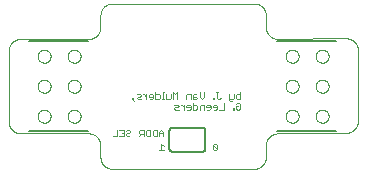
<source format=gbo>
G75*
%MOIN*%
%OFA0B0*%
%FSLAX25Y25*%
%IPPOS*%
%LPD*%
%AMOC8*
5,1,8,0,0,1.08239X$1,22.5*
%
%ADD10C,0.00000*%
%ADD11C,0.00200*%
%ADD12C,0.00300*%
%ADD13C,0.00600*%
%ADD14C,0.00500*%
D10*
X0045791Y0032012D02*
X0045915Y0032010D01*
X0046038Y0032004D01*
X0046162Y0031995D01*
X0046284Y0031981D01*
X0046407Y0031964D01*
X0046529Y0031942D01*
X0046650Y0031917D01*
X0046770Y0031888D01*
X0046889Y0031856D01*
X0047008Y0031819D01*
X0047125Y0031779D01*
X0047240Y0031736D01*
X0047355Y0031688D01*
X0047467Y0031637D01*
X0047578Y0031583D01*
X0047688Y0031525D01*
X0047795Y0031464D01*
X0047901Y0031399D01*
X0048004Y0031331D01*
X0048105Y0031260D01*
X0048204Y0031186D01*
X0048301Y0031109D01*
X0048395Y0031028D01*
X0048486Y0030945D01*
X0048575Y0030859D01*
X0048661Y0030770D01*
X0048744Y0030679D01*
X0048825Y0030585D01*
X0048902Y0030488D01*
X0048976Y0030389D01*
X0049047Y0030288D01*
X0049115Y0030185D01*
X0049180Y0030079D01*
X0049241Y0029972D01*
X0049299Y0029862D01*
X0049353Y0029751D01*
X0049404Y0029639D01*
X0049452Y0029524D01*
X0049495Y0029409D01*
X0049535Y0029292D01*
X0049572Y0029173D01*
X0049604Y0029054D01*
X0049633Y0028934D01*
X0049658Y0028813D01*
X0049680Y0028691D01*
X0049697Y0028568D01*
X0049711Y0028446D01*
X0049720Y0028322D01*
X0049726Y0028199D01*
X0049728Y0028075D01*
X0049728Y0024138D01*
X0049730Y0024014D01*
X0049736Y0023891D01*
X0049745Y0023767D01*
X0049759Y0023645D01*
X0049776Y0023522D01*
X0049798Y0023400D01*
X0049823Y0023279D01*
X0049852Y0023159D01*
X0049884Y0023040D01*
X0049921Y0022921D01*
X0049961Y0022804D01*
X0050004Y0022689D01*
X0050052Y0022574D01*
X0050103Y0022462D01*
X0050157Y0022351D01*
X0050215Y0022241D01*
X0050276Y0022134D01*
X0050341Y0022028D01*
X0050409Y0021925D01*
X0050480Y0021824D01*
X0050554Y0021725D01*
X0050631Y0021628D01*
X0050712Y0021534D01*
X0050795Y0021443D01*
X0050881Y0021354D01*
X0050970Y0021268D01*
X0051061Y0021185D01*
X0051155Y0021104D01*
X0051252Y0021027D01*
X0051351Y0020953D01*
X0051452Y0020882D01*
X0051555Y0020814D01*
X0051661Y0020749D01*
X0051768Y0020688D01*
X0051878Y0020630D01*
X0051989Y0020576D01*
X0052101Y0020525D01*
X0052216Y0020477D01*
X0052331Y0020434D01*
X0052448Y0020394D01*
X0052567Y0020357D01*
X0052686Y0020325D01*
X0052806Y0020296D01*
X0052927Y0020271D01*
X0053049Y0020249D01*
X0053172Y0020232D01*
X0053294Y0020218D01*
X0053418Y0020209D01*
X0053541Y0020203D01*
X0053665Y0020201D01*
X0100909Y0020201D01*
X0101033Y0020203D01*
X0101156Y0020209D01*
X0101280Y0020218D01*
X0101402Y0020232D01*
X0101525Y0020249D01*
X0101647Y0020271D01*
X0101768Y0020296D01*
X0101888Y0020325D01*
X0102007Y0020357D01*
X0102126Y0020394D01*
X0102243Y0020434D01*
X0102358Y0020477D01*
X0102473Y0020525D01*
X0102585Y0020576D01*
X0102696Y0020630D01*
X0102806Y0020688D01*
X0102913Y0020749D01*
X0103019Y0020814D01*
X0103122Y0020882D01*
X0103223Y0020953D01*
X0103322Y0021027D01*
X0103419Y0021104D01*
X0103513Y0021185D01*
X0103604Y0021268D01*
X0103693Y0021354D01*
X0103779Y0021443D01*
X0103862Y0021534D01*
X0103943Y0021628D01*
X0104020Y0021725D01*
X0104094Y0021824D01*
X0104165Y0021925D01*
X0104233Y0022028D01*
X0104298Y0022134D01*
X0104359Y0022241D01*
X0104417Y0022351D01*
X0104471Y0022462D01*
X0104522Y0022574D01*
X0104570Y0022689D01*
X0104613Y0022804D01*
X0104653Y0022921D01*
X0104690Y0023040D01*
X0104722Y0023159D01*
X0104751Y0023279D01*
X0104776Y0023400D01*
X0104798Y0023522D01*
X0104815Y0023645D01*
X0104829Y0023767D01*
X0104838Y0023891D01*
X0104844Y0024014D01*
X0104846Y0024138D01*
X0104846Y0028075D01*
X0104848Y0028199D01*
X0104854Y0028322D01*
X0104863Y0028446D01*
X0104877Y0028568D01*
X0104894Y0028691D01*
X0104916Y0028813D01*
X0104941Y0028934D01*
X0104970Y0029054D01*
X0105002Y0029173D01*
X0105039Y0029292D01*
X0105079Y0029409D01*
X0105122Y0029524D01*
X0105170Y0029639D01*
X0105221Y0029751D01*
X0105275Y0029862D01*
X0105333Y0029972D01*
X0105394Y0030079D01*
X0105459Y0030185D01*
X0105527Y0030288D01*
X0105598Y0030389D01*
X0105672Y0030488D01*
X0105749Y0030585D01*
X0105830Y0030679D01*
X0105913Y0030770D01*
X0105999Y0030859D01*
X0106088Y0030945D01*
X0106179Y0031028D01*
X0106273Y0031109D01*
X0106370Y0031186D01*
X0106469Y0031260D01*
X0106570Y0031331D01*
X0106673Y0031399D01*
X0106779Y0031464D01*
X0106886Y0031525D01*
X0106996Y0031583D01*
X0107107Y0031637D01*
X0107219Y0031688D01*
X0107334Y0031736D01*
X0107449Y0031779D01*
X0107566Y0031819D01*
X0107685Y0031856D01*
X0107804Y0031888D01*
X0107924Y0031917D01*
X0108045Y0031942D01*
X0108167Y0031964D01*
X0108290Y0031981D01*
X0108412Y0031995D01*
X0108536Y0032004D01*
X0108659Y0032010D01*
X0108783Y0032012D01*
X0131618Y0032209D01*
X0131742Y0032211D01*
X0131865Y0032217D01*
X0131989Y0032226D01*
X0132111Y0032240D01*
X0132234Y0032257D01*
X0132356Y0032279D01*
X0132477Y0032304D01*
X0132597Y0032333D01*
X0132716Y0032365D01*
X0132835Y0032402D01*
X0132952Y0032442D01*
X0133067Y0032485D01*
X0133182Y0032533D01*
X0133294Y0032584D01*
X0133405Y0032638D01*
X0133515Y0032696D01*
X0133622Y0032757D01*
X0133728Y0032822D01*
X0133831Y0032890D01*
X0133932Y0032961D01*
X0134031Y0033035D01*
X0134128Y0033112D01*
X0134222Y0033193D01*
X0134313Y0033276D01*
X0134402Y0033362D01*
X0134488Y0033451D01*
X0134571Y0033542D01*
X0134652Y0033636D01*
X0134729Y0033733D01*
X0134803Y0033832D01*
X0134874Y0033933D01*
X0134942Y0034036D01*
X0135007Y0034142D01*
X0135068Y0034249D01*
X0135126Y0034359D01*
X0135180Y0034470D01*
X0135231Y0034582D01*
X0135279Y0034697D01*
X0135322Y0034812D01*
X0135362Y0034929D01*
X0135399Y0035048D01*
X0135431Y0035167D01*
X0135460Y0035287D01*
X0135485Y0035408D01*
X0135507Y0035530D01*
X0135524Y0035653D01*
X0135538Y0035775D01*
X0135547Y0035899D01*
X0135553Y0036022D01*
X0135555Y0036146D01*
X0135555Y0059768D01*
X0135553Y0059892D01*
X0135547Y0060015D01*
X0135538Y0060139D01*
X0135524Y0060261D01*
X0135507Y0060384D01*
X0135485Y0060506D01*
X0135460Y0060627D01*
X0135431Y0060747D01*
X0135399Y0060866D01*
X0135362Y0060985D01*
X0135322Y0061102D01*
X0135279Y0061217D01*
X0135231Y0061332D01*
X0135180Y0061444D01*
X0135126Y0061555D01*
X0135068Y0061665D01*
X0135007Y0061772D01*
X0134942Y0061878D01*
X0134874Y0061981D01*
X0134803Y0062082D01*
X0134729Y0062181D01*
X0134652Y0062278D01*
X0134571Y0062372D01*
X0134488Y0062463D01*
X0134402Y0062552D01*
X0134313Y0062638D01*
X0134222Y0062721D01*
X0134128Y0062802D01*
X0134031Y0062879D01*
X0133932Y0062953D01*
X0133831Y0063024D01*
X0133728Y0063092D01*
X0133622Y0063157D01*
X0133515Y0063218D01*
X0133405Y0063276D01*
X0133294Y0063330D01*
X0133182Y0063381D01*
X0133067Y0063429D01*
X0132952Y0063472D01*
X0132835Y0063512D01*
X0132716Y0063549D01*
X0132597Y0063581D01*
X0132477Y0063610D01*
X0132356Y0063635D01*
X0132234Y0063657D01*
X0132111Y0063674D01*
X0131989Y0063688D01*
X0131865Y0063697D01*
X0131742Y0063703D01*
X0131618Y0063705D01*
X0108783Y0063508D01*
X0108659Y0063510D01*
X0108536Y0063516D01*
X0108412Y0063525D01*
X0108290Y0063539D01*
X0108167Y0063556D01*
X0108045Y0063578D01*
X0107924Y0063603D01*
X0107804Y0063632D01*
X0107685Y0063664D01*
X0107566Y0063701D01*
X0107449Y0063741D01*
X0107334Y0063784D01*
X0107219Y0063832D01*
X0107107Y0063883D01*
X0106996Y0063937D01*
X0106886Y0063995D01*
X0106779Y0064056D01*
X0106673Y0064121D01*
X0106570Y0064189D01*
X0106469Y0064260D01*
X0106370Y0064334D01*
X0106273Y0064411D01*
X0106179Y0064492D01*
X0106088Y0064575D01*
X0105999Y0064661D01*
X0105913Y0064750D01*
X0105830Y0064841D01*
X0105749Y0064935D01*
X0105672Y0065032D01*
X0105598Y0065131D01*
X0105527Y0065232D01*
X0105459Y0065335D01*
X0105394Y0065441D01*
X0105333Y0065548D01*
X0105275Y0065658D01*
X0105221Y0065769D01*
X0105170Y0065881D01*
X0105122Y0065996D01*
X0105079Y0066111D01*
X0105039Y0066228D01*
X0105002Y0066347D01*
X0104970Y0066466D01*
X0104941Y0066586D01*
X0104916Y0066707D01*
X0104894Y0066829D01*
X0104877Y0066952D01*
X0104863Y0067074D01*
X0104854Y0067198D01*
X0104848Y0067321D01*
X0104846Y0067445D01*
X0104846Y0071382D01*
X0104844Y0071506D01*
X0104838Y0071629D01*
X0104829Y0071753D01*
X0104815Y0071875D01*
X0104798Y0071998D01*
X0104776Y0072120D01*
X0104751Y0072241D01*
X0104722Y0072361D01*
X0104690Y0072480D01*
X0104653Y0072599D01*
X0104613Y0072716D01*
X0104570Y0072831D01*
X0104522Y0072946D01*
X0104471Y0073058D01*
X0104417Y0073169D01*
X0104359Y0073279D01*
X0104298Y0073386D01*
X0104233Y0073492D01*
X0104165Y0073595D01*
X0104094Y0073696D01*
X0104020Y0073795D01*
X0103943Y0073892D01*
X0103862Y0073986D01*
X0103779Y0074077D01*
X0103693Y0074166D01*
X0103604Y0074252D01*
X0103513Y0074335D01*
X0103419Y0074416D01*
X0103322Y0074493D01*
X0103223Y0074567D01*
X0103122Y0074638D01*
X0103019Y0074706D01*
X0102913Y0074771D01*
X0102806Y0074832D01*
X0102696Y0074890D01*
X0102585Y0074944D01*
X0102473Y0074995D01*
X0102358Y0075043D01*
X0102243Y0075086D01*
X0102126Y0075126D01*
X0102007Y0075163D01*
X0101888Y0075195D01*
X0101768Y0075224D01*
X0101647Y0075249D01*
X0101525Y0075271D01*
X0101402Y0075288D01*
X0101280Y0075302D01*
X0101156Y0075311D01*
X0101033Y0075317D01*
X0100909Y0075319D01*
X0053665Y0075319D01*
X0053541Y0075317D01*
X0053418Y0075311D01*
X0053294Y0075302D01*
X0053172Y0075288D01*
X0053049Y0075271D01*
X0052927Y0075249D01*
X0052806Y0075224D01*
X0052686Y0075195D01*
X0052567Y0075163D01*
X0052448Y0075126D01*
X0052331Y0075086D01*
X0052216Y0075043D01*
X0052101Y0074995D01*
X0051989Y0074944D01*
X0051878Y0074890D01*
X0051768Y0074832D01*
X0051661Y0074771D01*
X0051555Y0074706D01*
X0051452Y0074638D01*
X0051351Y0074567D01*
X0051252Y0074493D01*
X0051155Y0074416D01*
X0051061Y0074335D01*
X0050970Y0074252D01*
X0050881Y0074166D01*
X0050795Y0074077D01*
X0050712Y0073986D01*
X0050631Y0073892D01*
X0050554Y0073795D01*
X0050480Y0073696D01*
X0050409Y0073595D01*
X0050341Y0073492D01*
X0050276Y0073386D01*
X0050215Y0073279D01*
X0050157Y0073169D01*
X0050103Y0073058D01*
X0050052Y0072946D01*
X0050004Y0072831D01*
X0049961Y0072716D01*
X0049921Y0072599D01*
X0049884Y0072480D01*
X0049852Y0072361D01*
X0049823Y0072241D01*
X0049798Y0072120D01*
X0049776Y0071998D01*
X0049759Y0071875D01*
X0049745Y0071753D01*
X0049736Y0071629D01*
X0049730Y0071506D01*
X0049728Y0071382D01*
X0049728Y0067445D01*
X0049726Y0067321D01*
X0049720Y0067198D01*
X0049711Y0067074D01*
X0049697Y0066952D01*
X0049680Y0066829D01*
X0049658Y0066707D01*
X0049633Y0066586D01*
X0049604Y0066466D01*
X0049572Y0066347D01*
X0049535Y0066228D01*
X0049495Y0066111D01*
X0049452Y0065996D01*
X0049404Y0065881D01*
X0049353Y0065769D01*
X0049299Y0065658D01*
X0049241Y0065548D01*
X0049180Y0065441D01*
X0049115Y0065335D01*
X0049047Y0065232D01*
X0048976Y0065131D01*
X0048902Y0065032D01*
X0048825Y0064935D01*
X0048744Y0064841D01*
X0048661Y0064750D01*
X0048575Y0064661D01*
X0048486Y0064575D01*
X0048395Y0064492D01*
X0048301Y0064411D01*
X0048204Y0064334D01*
X0048105Y0064260D01*
X0048004Y0064189D01*
X0047901Y0064121D01*
X0047795Y0064056D01*
X0047688Y0063995D01*
X0047578Y0063937D01*
X0047467Y0063883D01*
X0047355Y0063832D01*
X0047240Y0063784D01*
X0047125Y0063741D01*
X0047008Y0063701D01*
X0046889Y0063664D01*
X0046770Y0063632D01*
X0046650Y0063603D01*
X0046529Y0063578D01*
X0046407Y0063556D01*
X0046284Y0063539D01*
X0046162Y0063525D01*
X0046038Y0063516D01*
X0045915Y0063510D01*
X0045791Y0063508D01*
X0023094Y0063508D01*
X0022970Y0063506D01*
X0022847Y0063500D01*
X0022723Y0063491D01*
X0022601Y0063477D01*
X0022478Y0063460D01*
X0022356Y0063438D01*
X0022235Y0063413D01*
X0022115Y0063384D01*
X0021996Y0063352D01*
X0021877Y0063315D01*
X0021760Y0063275D01*
X0021645Y0063232D01*
X0021530Y0063184D01*
X0021418Y0063133D01*
X0021307Y0063079D01*
X0021197Y0063021D01*
X0021090Y0062960D01*
X0020984Y0062895D01*
X0020881Y0062827D01*
X0020780Y0062756D01*
X0020681Y0062682D01*
X0020584Y0062605D01*
X0020490Y0062524D01*
X0020399Y0062441D01*
X0020310Y0062355D01*
X0020224Y0062266D01*
X0020141Y0062175D01*
X0020060Y0062081D01*
X0019983Y0061984D01*
X0019909Y0061885D01*
X0019838Y0061784D01*
X0019770Y0061681D01*
X0019705Y0061575D01*
X0019644Y0061468D01*
X0019586Y0061358D01*
X0019532Y0061247D01*
X0019481Y0061135D01*
X0019433Y0061020D01*
X0019390Y0060905D01*
X0019350Y0060788D01*
X0019313Y0060669D01*
X0019281Y0060550D01*
X0019252Y0060430D01*
X0019227Y0060309D01*
X0019205Y0060187D01*
X0019188Y0060064D01*
X0019174Y0059942D01*
X0019165Y0059818D01*
X0019159Y0059695D01*
X0019157Y0059571D01*
X0019157Y0035949D01*
X0019159Y0035825D01*
X0019165Y0035702D01*
X0019174Y0035578D01*
X0019188Y0035456D01*
X0019205Y0035333D01*
X0019227Y0035211D01*
X0019252Y0035090D01*
X0019281Y0034970D01*
X0019313Y0034851D01*
X0019350Y0034732D01*
X0019390Y0034615D01*
X0019433Y0034500D01*
X0019481Y0034385D01*
X0019532Y0034273D01*
X0019586Y0034162D01*
X0019644Y0034052D01*
X0019705Y0033945D01*
X0019770Y0033839D01*
X0019838Y0033736D01*
X0019909Y0033635D01*
X0019983Y0033536D01*
X0020060Y0033439D01*
X0020141Y0033345D01*
X0020224Y0033254D01*
X0020310Y0033165D01*
X0020399Y0033079D01*
X0020490Y0032996D01*
X0020584Y0032915D01*
X0020681Y0032838D01*
X0020780Y0032764D01*
X0020881Y0032693D01*
X0020984Y0032625D01*
X0021090Y0032560D01*
X0021197Y0032499D01*
X0021307Y0032441D01*
X0021418Y0032387D01*
X0021530Y0032336D01*
X0021645Y0032288D01*
X0021760Y0032245D01*
X0021877Y0032205D01*
X0021996Y0032168D01*
X0022115Y0032136D01*
X0022235Y0032107D01*
X0022356Y0032082D01*
X0022478Y0032060D01*
X0022601Y0032043D01*
X0022723Y0032029D01*
X0022847Y0032020D01*
X0022970Y0032014D01*
X0023094Y0032012D01*
X0045791Y0032012D01*
X0038784Y0037760D02*
X0038786Y0037853D01*
X0038792Y0037945D01*
X0038802Y0038037D01*
X0038816Y0038128D01*
X0038833Y0038219D01*
X0038855Y0038309D01*
X0038880Y0038398D01*
X0038909Y0038486D01*
X0038942Y0038572D01*
X0038979Y0038657D01*
X0039019Y0038741D01*
X0039063Y0038822D01*
X0039110Y0038902D01*
X0039160Y0038980D01*
X0039214Y0039055D01*
X0039271Y0039128D01*
X0039331Y0039198D01*
X0039394Y0039266D01*
X0039460Y0039331D01*
X0039528Y0039393D01*
X0039599Y0039453D01*
X0039673Y0039509D01*
X0039749Y0039562D01*
X0039827Y0039611D01*
X0039907Y0039658D01*
X0039989Y0039700D01*
X0040073Y0039740D01*
X0040158Y0039775D01*
X0040245Y0039807D01*
X0040333Y0039836D01*
X0040422Y0039860D01*
X0040512Y0039881D01*
X0040603Y0039897D01*
X0040695Y0039910D01*
X0040787Y0039919D01*
X0040880Y0039924D01*
X0040972Y0039925D01*
X0041065Y0039922D01*
X0041157Y0039915D01*
X0041249Y0039904D01*
X0041340Y0039889D01*
X0041431Y0039871D01*
X0041521Y0039848D01*
X0041609Y0039822D01*
X0041697Y0039792D01*
X0041783Y0039758D01*
X0041867Y0039721D01*
X0041950Y0039679D01*
X0042031Y0039635D01*
X0042111Y0039587D01*
X0042188Y0039536D01*
X0042262Y0039481D01*
X0042335Y0039423D01*
X0042405Y0039363D01*
X0042472Y0039299D01*
X0042536Y0039233D01*
X0042598Y0039163D01*
X0042656Y0039092D01*
X0042711Y0039018D01*
X0042763Y0038941D01*
X0042812Y0038862D01*
X0042858Y0038782D01*
X0042900Y0038699D01*
X0042938Y0038615D01*
X0042973Y0038529D01*
X0043004Y0038442D01*
X0043031Y0038354D01*
X0043054Y0038264D01*
X0043074Y0038174D01*
X0043090Y0038083D01*
X0043102Y0037991D01*
X0043110Y0037899D01*
X0043114Y0037806D01*
X0043114Y0037714D01*
X0043110Y0037621D01*
X0043102Y0037529D01*
X0043090Y0037437D01*
X0043074Y0037346D01*
X0043054Y0037256D01*
X0043031Y0037166D01*
X0043004Y0037078D01*
X0042973Y0036991D01*
X0042938Y0036905D01*
X0042900Y0036821D01*
X0042858Y0036738D01*
X0042812Y0036658D01*
X0042763Y0036579D01*
X0042711Y0036502D01*
X0042656Y0036428D01*
X0042598Y0036357D01*
X0042536Y0036287D01*
X0042472Y0036221D01*
X0042405Y0036157D01*
X0042335Y0036097D01*
X0042262Y0036039D01*
X0042188Y0035984D01*
X0042111Y0035933D01*
X0042032Y0035885D01*
X0041950Y0035841D01*
X0041867Y0035799D01*
X0041783Y0035762D01*
X0041697Y0035728D01*
X0041609Y0035698D01*
X0041521Y0035672D01*
X0041431Y0035649D01*
X0041340Y0035631D01*
X0041249Y0035616D01*
X0041157Y0035605D01*
X0041065Y0035598D01*
X0040972Y0035595D01*
X0040880Y0035596D01*
X0040787Y0035601D01*
X0040695Y0035610D01*
X0040603Y0035623D01*
X0040512Y0035639D01*
X0040422Y0035660D01*
X0040333Y0035684D01*
X0040245Y0035713D01*
X0040158Y0035745D01*
X0040073Y0035780D01*
X0039989Y0035820D01*
X0039907Y0035862D01*
X0039827Y0035909D01*
X0039749Y0035958D01*
X0039673Y0036011D01*
X0039599Y0036067D01*
X0039528Y0036127D01*
X0039460Y0036189D01*
X0039394Y0036254D01*
X0039331Y0036322D01*
X0039271Y0036392D01*
X0039214Y0036465D01*
X0039160Y0036540D01*
X0039110Y0036618D01*
X0039063Y0036698D01*
X0039019Y0036779D01*
X0038979Y0036863D01*
X0038942Y0036948D01*
X0038909Y0037034D01*
X0038880Y0037122D01*
X0038855Y0037211D01*
X0038833Y0037301D01*
X0038816Y0037392D01*
X0038802Y0037483D01*
X0038792Y0037575D01*
X0038786Y0037667D01*
X0038784Y0037760D01*
X0028784Y0037760D02*
X0028786Y0037853D01*
X0028792Y0037945D01*
X0028802Y0038037D01*
X0028816Y0038128D01*
X0028833Y0038219D01*
X0028855Y0038309D01*
X0028880Y0038398D01*
X0028909Y0038486D01*
X0028942Y0038572D01*
X0028979Y0038657D01*
X0029019Y0038741D01*
X0029063Y0038822D01*
X0029110Y0038902D01*
X0029160Y0038980D01*
X0029214Y0039055D01*
X0029271Y0039128D01*
X0029331Y0039198D01*
X0029394Y0039266D01*
X0029460Y0039331D01*
X0029528Y0039393D01*
X0029599Y0039453D01*
X0029673Y0039509D01*
X0029749Y0039562D01*
X0029827Y0039611D01*
X0029907Y0039658D01*
X0029989Y0039700D01*
X0030073Y0039740D01*
X0030158Y0039775D01*
X0030245Y0039807D01*
X0030333Y0039836D01*
X0030422Y0039860D01*
X0030512Y0039881D01*
X0030603Y0039897D01*
X0030695Y0039910D01*
X0030787Y0039919D01*
X0030880Y0039924D01*
X0030972Y0039925D01*
X0031065Y0039922D01*
X0031157Y0039915D01*
X0031249Y0039904D01*
X0031340Y0039889D01*
X0031431Y0039871D01*
X0031521Y0039848D01*
X0031609Y0039822D01*
X0031697Y0039792D01*
X0031783Y0039758D01*
X0031867Y0039721D01*
X0031950Y0039679D01*
X0032031Y0039635D01*
X0032111Y0039587D01*
X0032188Y0039536D01*
X0032262Y0039481D01*
X0032335Y0039423D01*
X0032405Y0039363D01*
X0032472Y0039299D01*
X0032536Y0039233D01*
X0032598Y0039163D01*
X0032656Y0039092D01*
X0032711Y0039018D01*
X0032763Y0038941D01*
X0032812Y0038862D01*
X0032858Y0038782D01*
X0032900Y0038699D01*
X0032938Y0038615D01*
X0032973Y0038529D01*
X0033004Y0038442D01*
X0033031Y0038354D01*
X0033054Y0038264D01*
X0033074Y0038174D01*
X0033090Y0038083D01*
X0033102Y0037991D01*
X0033110Y0037899D01*
X0033114Y0037806D01*
X0033114Y0037714D01*
X0033110Y0037621D01*
X0033102Y0037529D01*
X0033090Y0037437D01*
X0033074Y0037346D01*
X0033054Y0037256D01*
X0033031Y0037166D01*
X0033004Y0037078D01*
X0032973Y0036991D01*
X0032938Y0036905D01*
X0032900Y0036821D01*
X0032858Y0036738D01*
X0032812Y0036658D01*
X0032763Y0036579D01*
X0032711Y0036502D01*
X0032656Y0036428D01*
X0032598Y0036357D01*
X0032536Y0036287D01*
X0032472Y0036221D01*
X0032405Y0036157D01*
X0032335Y0036097D01*
X0032262Y0036039D01*
X0032188Y0035984D01*
X0032111Y0035933D01*
X0032032Y0035885D01*
X0031950Y0035841D01*
X0031867Y0035799D01*
X0031783Y0035762D01*
X0031697Y0035728D01*
X0031609Y0035698D01*
X0031521Y0035672D01*
X0031431Y0035649D01*
X0031340Y0035631D01*
X0031249Y0035616D01*
X0031157Y0035605D01*
X0031065Y0035598D01*
X0030972Y0035595D01*
X0030880Y0035596D01*
X0030787Y0035601D01*
X0030695Y0035610D01*
X0030603Y0035623D01*
X0030512Y0035639D01*
X0030422Y0035660D01*
X0030333Y0035684D01*
X0030245Y0035713D01*
X0030158Y0035745D01*
X0030073Y0035780D01*
X0029989Y0035820D01*
X0029907Y0035862D01*
X0029827Y0035909D01*
X0029749Y0035958D01*
X0029673Y0036011D01*
X0029599Y0036067D01*
X0029528Y0036127D01*
X0029460Y0036189D01*
X0029394Y0036254D01*
X0029331Y0036322D01*
X0029271Y0036392D01*
X0029214Y0036465D01*
X0029160Y0036540D01*
X0029110Y0036618D01*
X0029063Y0036698D01*
X0029019Y0036779D01*
X0028979Y0036863D01*
X0028942Y0036948D01*
X0028909Y0037034D01*
X0028880Y0037122D01*
X0028855Y0037211D01*
X0028833Y0037301D01*
X0028816Y0037392D01*
X0028802Y0037483D01*
X0028792Y0037575D01*
X0028786Y0037667D01*
X0028784Y0037760D01*
X0028784Y0047760D02*
X0028786Y0047853D01*
X0028792Y0047945D01*
X0028802Y0048037D01*
X0028816Y0048128D01*
X0028833Y0048219D01*
X0028855Y0048309D01*
X0028880Y0048398D01*
X0028909Y0048486D01*
X0028942Y0048572D01*
X0028979Y0048657D01*
X0029019Y0048741D01*
X0029063Y0048822D01*
X0029110Y0048902D01*
X0029160Y0048980D01*
X0029214Y0049055D01*
X0029271Y0049128D01*
X0029331Y0049198D01*
X0029394Y0049266D01*
X0029460Y0049331D01*
X0029528Y0049393D01*
X0029599Y0049453D01*
X0029673Y0049509D01*
X0029749Y0049562D01*
X0029827Y0049611D01*
X0029907Y0049658D01*
X0029989Y0049700D01*
X0030073Y0049740D01*
X0030158Y0049775D01*
X0030245Y0049807D01*
X0030333Y0049836D01*
X0030422Y0049860D01*
X0030512Y0049881D01*
X0030603Y0049897D01*
X0030695Y0049910D01*
X0030787Y0049919D01*
X0030880Y0049924D01*
X0030972Y0049925D01*
X0031065Y0049922D01*
X0031157Y0049915D01*
X0031249Y0049904D01*
X0031340Y0049889D01*
X0031431Y0049871D01*
X0031521Y0049848D01*
X0031609Y0049822D01*
X0031697Y0049792D01*
X0031783Y0049758D01*
X0031867Y0049721D01*
X0031950Y0049679D01*
X0032031Y0049635D01*
X0032111Y0049587D01*
X0032188Y0049536D01*
X0032262Y0049481D01*
X0032335Y0049423D01*
X0032405Y0049363D01*
X0032472Y0049299D01*
X0032536Y0049233D01*
X0032598Y0049163D01*
X0032656Y0049092D01*
X0032711Y0049018D01*
X0032763Y0048941D01*
X0032812Y0048862D01*
X0032858Y0048782D01*
X0032900Y0048699D01*
X0032938Y0048615D01*
X0032973Y0048529D01*
X0033004Y0048442D01*
X0033031Y0048354D01*
X0033054Y0048264D01*
X0033074Y0048174D01*
X0033090Y0048083D01*
X0033102Y0047991D01*
X0033110Y0047899D01*
X0033114Y0047806D01*
X0033114Y0047714D01*
X0033110Y0047621D01*
X0033102Y0047529D01*
X0033090Y0047437D01*
X0033074Y0047346D01*
X0033054Y0047256D01*
X0033031Y0047166D01*
X0033004Y0047078D01*
X0032973Y0046991D01*
X0032938Y0046905D01*
X0032900Y0046821D01*
X0032858Y0046738D01*
X0032812Y0046658D01*
X0032763Y0046579D01*
X0032711Y0046502D01*
X0032656Y0046428D01*
X0032598Y0046357D01*
X0032536Y0046287D01*
X0032472Y0046221D01*
X0032405Y0046157D01*
X0032335Y0046097D01*
X0032262Y0046039D01*
X0032188Y0045984D01*
X0032111Y0045933D01*
X0032032Y0045885D01*
X0031950Y0045841D01*
X0031867Y0045799D01*
X0031783Y0045762D01*
X0031697Y0045728D01*
X0031609Y0045698D01*
X0031521Y0045672D01*
X0031431Y0045649D01*
X0031340Y0045631D01*
X0031249Y0045616D01*
X0031157Y0045605D01*
X0031065Y0045598D01*
X0030972Y0045595D01*
X0030880Y0045596D01*
X0030787Y0045601D01*
X0030695Y0045610D01*
X0030603Y0045623D01*
X0030512Y0045639D01*
X0030422Y0045660D01*
X0030333Y0045684D01*
X0030245Y0045713D01*
X0030158Y0045745D01*
X0030073Y0045780D01*
X0029989Y0045820D01*
X0029907Y0045862D01*
X0029827Y0045909D01*
X0029749Y0045958D01*
X0029673Y0046011D01*
X0029599Y0046067D01*
X0029528Y0046127D01*
X0029460Y0046189D01*
X0029394Y0046254D01*
X0029331Y0046322D01*
X0029271Y0046392D01*
X0029214Y0046465D01*
X0029160Y0046540D01*
X0029110Y0046618D01*
X0029063Y0046698D01*
X0029019Y0046779D01*
X0028979Y0046863D01*
X0028942Y0046948D01*
X0028909Y0047034D01*
X0028880Y0047122D01*
X0028855Y0047211D01*
X0028833Y0047301D01*
X0028816Y0047392D01*
X0028802Y0047483D01*
X0028792Y0047575D01*
X0028786Y0047667D01*
X0028784Y0047760D01*
X0038784Y0047760D02*
X0038786Y0047853D01*
X0038792Y0047945D01*
X0038802Y0048037D01*
X0038816Y0048128D01*
X0038833Y0048219D01*
X0038855Y0048309D01*
X0038880Y0048398D01*
X0038909Y0048486D01*
X0038942Y0048572D01*
X0038979Y0048657D01*
X0039019Y0048741D01*
X0039063Y0048822D01*
X0039110Y0048902D01*
X0039160Y0048980D01*
X0039214Y0049055D01*
X0039271Y0049128D01*
X0039331Y0049198D01*
X0039394Y0049266D01*
X0039460Y0049331D01*
X0039528Y0049393D01*
X0039599Y0049453D01*
X0039673Y0049509D01*
X0039749Y0049562D01*
X0039827Y0049611D01*
X0039907Y0049658D01*
X0039989Y0049700D01*
X0040073Y0049740D01*
X0040158Y0049775D01*
X0040245Y0049807D01*
X0040333Y0049836D01*
X0040422Y0049860D01*
X0040512Y0049881D01*
X0040603Y0049897D01*
X0040695Y0049910D01*
X0040787Y0049919D01*
X0040880Y0049924D01*
X0040972Y0049925D01*
X0041065Y0049922D01*
X0041157Y0049915D01*
X0041249Y0049904D01*
X0041340Y0049889D01*
X0041431Y0049871D01*
X0041521Y0049848D01*
X0041609Y0049822D01*
X0041697Y0049792D01*
X0041783Y0049758D01*
X0041867Y0049721D01*
X0041950Y0049679D01*
X0042031Y0049635D01*
X0042111Y0049587D01*
X0042188Y0049536D01*
X0042262Y0049481D01*
X0042335Y0049423D01*
X0042405Y0049363D01*
X0042472Y0049299D01*
X0042536Y0049233D01*
X0042598Y0049163D01*
X0042656Y0049092D01*
X0042711Y0049018D01*
X0042763Y0048941D01*
X0042812Y0048862D01*
X0042858Y0048782D01*
X0042900Y0048699D01*
X0042938Y0048615D01*
X0042973Y0048529D01*
X0043004Y0048442D01*
X0043031Y0048354D01*
X0043054Y0048264D01*
X0043074Y0048174D01*
X0043090Y0048083D01*
X0043102Y0047991D01*
X0043110Y0047899D01*
X0043114Y0047806D01*
X0043114Y0047714D01*
X0043110Y0047621D01*
X0043102Y0047529D01*
X0043090Y0047437D01*
X0043074Y0047346D01*
X0043054Y0047256D01*
X0043031Y0047166D01*
X0043004Y0047078D01*
X0042973Y0046991D01*
X0042938Y0046905D01*
X0042900Y0046821D01*
X0042858Y0046738D01*
X0042812Y0046658D01*
X0042763Y0046579D01*
X0042711Y0046502D01*
X0042656Y0046428D01*
X0042598Y0046357D01*
X0042536Y0046287D01*
X0042472Y0046221D01*
X0042405Y0046157D01*
X0042335Y0046097D01*
X0042262Y0046039D01*
X0042188Y0045984D01*
X0042111Y0045933D01*
X0042032Y0045885D01*
X0041950Y0045841D01*
X0041867Y0045799D01*
X0041783Y0045762D01*
X0041697Y0045728D01*
X0041609Y0045698D01*
X0041521Y0045672D01*
X0041431Y0045649D01*
X0041340Y0045631D01*
X0041249Y0045616D01*
X0041157Y0045605D01*
X0041065Y0045598D01*
X0040972Y0045595D01*
X0040880Y0045596D01*
X0040787Y0045601D01*
X0040695Y0045610D01*
X0040603Y0045623D01*
X0040512Y0045639D01*
X0040422Y0045660D01*
X0040333Y0045684D01*
X0040245Y0045713D01*
X0040158Y0045745D01*
X0040073Y0045780D01*
X0039989Y0045820D01*
X0039907Y0045862D01*
X0039827Y0045909D01*
X0039749Y0045958D01*
X0039673Y0046011D01*
X0039599Y0046067D01*
X0039528Y0046127D01*
X0039460Y0046189D01*
X0039394Y0046254D01*
X0039331Y0046322D01*
X0039271Y0046392D01*
X0039214Y0046465D01*
X0039160Y0046540D01*
X0039110Y0046618D01*
X0039063Y0046698D01*
X0039019Y0046779D01*
X0038979Y0046863D01*
X0038942Y0046948D01*
X0038909Y0047034D01*
X0038880Y0047122D01*
X0038855Y0047211D01*
X0038833Y0047301D01*
X0038816Y0047392D01*
X0038802Y0047483D01*
X0038792Y0047575D01*
X0038786Y0047667D01*
X0038784Y0047760D01*
X0038784Y0057760D02*
X0038786Y0057853D01*
X0038792Y0057945D01*
X0038802Y0058037D01*
X0038816Y0058128D01*
X0038833Y0058219D01*
X0038855Y0058309D01*
X0038880Y0058398D01*
X0038909Y0058486D01*
X0038942Y0058572D01*
X0038979Y0058657D01*
X0039019Y0058741D01*
X0039063Y0058822D01*
X0039110Y0058902D01*
X0039160Y0058980D01*
X0039214Y0059055D01*
X0039271Y0059128D01*
X0039331Y0059198D01*
X0039394Y0059266D01*
X0039460Y0059331D01*
X0039528Y0059393D01*
X0039599Y0059453D01*
X0039673Y0059509D01*
X0039749Y0059562D01*
X0039827Y0059611D01*
X0039907Y0059658D01*
X0039989Y0059700D01*
X0040073Y0059740D01*
X0040158Y0059775D01*
X0040245Y0059807D01*
X0040333Y0059836D01*
X0040422Y0059860D01*
X0040512Y0059881D01*
X0040603Y0059897D01*
X0040695Y0059910D01*
X0040787Y0059919D01*
X0040880Y0059924D01*
X0040972Y0059925D01*
X0041065Y0059922D01*
X0041157Y0059915D01*
X0041249Y0059904D01*
X0041340Y0059889D01*
X0041431Y0059871D01*
X0041521Y0059848D01*
X0041609Y0059822D01*
X0041697Y0059792D01*
X0041783Y0059758D01*
X0041867Y0059721D01*
X0041950Y0059679D01*
X0042031Y0059635D01*
X0042111Y0059587D01*
X0042188Y0059536D01*
X0042262Y0059481D01*
X0042335Y0059423D01*
X0042405Y0059363D01*
X0042472Y0059299D01*
X0042536Y0059233D01*
X0042598Y0059163D01*
X0042656Y0059092D01*
X0042711Y0059018D01*
X0042763Y0058941D01*
X0042812Y0058862D01*
X0042858Y0058782D01*
X0042900Y0058699D01*
X0042938Y0058615D01*
X0042973Y0058529D01*
X0043004Y0058442D01*
X0043031Y0058354D01*
X0043054Y0058264D01*
X0043074Y0058174D01*
X0043090Y0058083D01*
X0043102Y0057991D01*
X0043110Y0057899D01*
X0043114Y0057806D01*
X0043114Y0057714D01*
X0043110Y0057621D01*
X0043102Y0057529D01*
X0043090Y0057437D01*
X0043074Y0057346D01*
X0043054Y0057256D01*
X0043031Y0057166D01*
X0043004Y0057078D01*
X0042973Y0056991D01*
X0042938Y0056905D01*
X0042900Y0056821D01*
X0042858Y0056738D01*
X0042812Y0056658D01*
X0042763Y0056579D01*
X0042711Y0056502D01*
X0042656Y0056428D01*
X0042598Y0056357D01*
X0042536Y0056287D01*
X0042472Y0056221D01*
X0042405Y0056157D01*
X0042335Y0056097D01*
X0042262Y0056039D01*
X0042188Y0055984D01*
X0042111Y0055933D01*
X0042032Y0055885D01*
X0041950Y0055841D01*
X0041867Y0055799D01*
X0041783Y0055762D01*
X0041697Y0055728D01*
X0041609Y0055698D01*
X0041521Y0055672D01*
X0041431Y0055649D01*
X0041340Y0055631D01*
X0041249Y0055616D01*
X0041157Y0055605D01*
X0041065Y0055598D01*
X0040972Y0055595D01*
X0040880Y0055596D01*
X0040787Y0055601D01*
X0040695Y0055610D01*
X0040603Y0055623D01*
X0040512Y0055639D01*
X0040422Y0055660D01*
X0040333Y0055684D01*
X0040245Y0055713D01*
X0040158Y0055745D01*
X0040073Y0055780D01*
X0039989Y0055820D01*
X0039907Y0055862D01*
X0039827Y0055909D01*
X0039749Y0055958D01*
X0039673Y0056011D01*
X0039599Y0056067D01*
X0039528Y0056127D01*
X0039460Y0056189D01*
X0039394Y0056254D01*
X0039331Y0056322D01*
X0039271Y0056392D01*
X0039214Y0056465D01*
X0039160Y0056540D01*
X0039110Y0056618D01*
X0039063Y0056698D01*
X0039019Y0056779D01*
X0038979Y0056863D01*
X0038942Y0056948D01*
X0038909Y0057034D01*
X0038880Y0057122D01*
X0038855Y0057211D01*
X0038833Y0057301D01*
X0038816Y0057392D01*
X0038802Y0057483D01*
X0038792Y0057575D01*
X0038786Y0057667D01*
X0038784Y0057760D01*
X0028784Y0057760D02*
X0028786Y0057853D01*
X0028792Y0057945D01*
X0028802Y0058037D01*
X0028816Y0058128D01*
X0028833Y0058219D01*
X0028855Y0058309D01*
X0028880Y0058398D01*
X0028909Y0058486D01*
X0028942Y0058572D01*
X0028979Y0058657D01*
X0029019Y0058741D01*
X0029063Y0058822D01*
X0029110Y0058902D01*
X0029160Y0058980D01*
X0029214Y0059055D01*
X0029271Y0059128D01*
X0029331Y0059198D01*
X0029394Y0059266D01*
X0029460Y0059331D01*
X0029528Y0059393D01*
X0029599Y0059453D01*
X0029673Y0059509D01*
X0029749Y0059562D01*
X0029827Y0059611D01*
X0029907Y0059658D01*
X0029989Y0059700D01*
X0030073Y0059740D01*
X0030158Y0059775D01*
X0030245Y0059807D01*
X0030333Y0059836D01*
X0030422Y0059860D01*
X0030512Y0059881D01*
X0030603Y0059897D01*
X0030695Y0059910D01*
X0030787Y0059919D01*
X0030880Y0059924D01*
X0030972Y0059925D01*
X0031065Y0059922D01*
X0031157Y0059915D01*
X0031249Y0059904D01*
X0031340Y0059889D01*
X0031431Y0059871D01*
X0031521Y0059848D01*
X0031609Y0059822D01*
X0031697Y0059792D01*
X0031783Y0059758D01*
X0031867Y0059721D01*
X0031950Y0059679D01*
X0032031Y0059635D01*
X0032111Y0059587D01*
X0032188Y0059536D01*
X0032262Y0059481D01*
X0032335Y0059423D01*
X0032405Y0059363D01*
X0032472Y0059299D01*
X0032536Y0059233D01*
X0032598Y0059163D01*
X0032656Y0059092D01*
X0032711Y0059018D01*
X0032763Y0058941D01*
X0032812Y0058862D01*
X0032858Y0058782D01*
X0032900Y0058699D01*
X0032938Y0058615D01*
X0032973Y0058529D01*
X0033004Y0058442D01*
X0033031Y0058354D01*
X0033054Y0058264D01*
X0033074Y0058174D01*
X0033090Y0058083D01*
X0033102Y0057991D01*
X0033110Y0057899D01*
X0033114Y0057806D01*
X0033114Y0057714D01*
X0033110Y0057621D01*
X0033102Y0057529D01*
X0033090Y0057437D01*
X0033074Y0057346D01*
X0033054Y0057256D01*
X0033031Y0057166D01*
X0033004Y0057078D01*
X0032973Y0056991D01*
X0032938Y0056905D01*
X0032900Y0056821D01*
X0032858Y0056738D01*
X0032812Y0056658D01*
X0032763Y0056579D01*
X0032711Y0056502D01*
X0032656Y0056428D01*
X0032598Y0056357D01*
X0032536Y0056287D01*
X0032472Y0056221D01*
X0032405Y0056157D01*
X0032335Y0056097D01*
X0032262Y0056039D01*
X0032188Y0055984D01*
X0032111Y0055933D01*
X0032032Y0055885D01*
X0031950Y0055841D01*
X0031867Y0055799D01*
X0031783Y0055762D01*
X0031697Y0055728D01*
X0031609Y0055698D01*
X0031521Y0055672D01*
X0031431Y0055649D01*
X0031340Y0055631D01*
X0031249Y0055616D01*
X0031157Y0055605D01*
X0031065Y0055598D01*
X0030972Y0055595D01*
X0030880Y0055596D01*
X0030787Y0055601D01*
X0030695Y0055610D01*
X0030603Y0055623D01*
X0030512Y0055639D01*
X0030422Y0055660D01*
X0030333Y0055684D01*
X0030245Y0055713D01*
X0030158Y0055745D01*
X0030073Y0055780D01*
X0029989Y0055820D01*
X0029907Y0055862D01*
X0029827Y0055909D01*
X0029749Y0055958D01*
X0029673Y0056011D01*
X0029599Y0056067D01*
X0029528Y0056127D01*
X0029460Y0056189D01*
X0029394Y0056254D01*
X0029331Y0056322D01*
X0029271Y0056392D01*
X0029214Y0056465D01*
X0029160Y0056540D01*
X0029110Y0056618D01*
X0029063Y0056698D01*
X0029019Y0056779D01*
X0028979Y0056863D01*
X0028942Y0056948D01*
X0028909Y0057034D01*
X0028880Y0057122D01*
X0028855Y0057211D01*
X0028833Y0057301D01*
X0028816Y0057392D01*
X0028802Y0057483D01*
X0028792Y0057575D01*
X0028786Y0057667D01*
X0028784Y0057760D01*
X0111461Y0057760D02*
X0111463Y0057853D01*
X0111469Y0057945D01*
X0111479Y0058037D01*
X0111493Y0058128D01*
X0111510Y0058219D01*
X0111532Y0058309D01*
X0111557Y0058398D01*
X0111586Y0058486D01*
X0111619Y0058572D01*
X0111656Y0058657D01*
X0111696Y0058741D01*
X0111740Y0058822D01*
X0111787Y0058902D01*
X0111837Y0058980D01*
X0111891Y0059055D01*
X0111948Y0059128D01*
X0112008Y0059198D01*
X0112071Y0059266D01*
X0112137Y0059331D01*
X0112205Y0059393D01*
X0112276Y0059453D01*
X0112350Y0059509D01*
X0112426Y0059562D01*
X0112504Y0059611D01*
X0112584Y0059658D01*
X0112666Y0059700D01*
X0112750Y0059740D01*
X0112835Y0059775D01*
X0112922Y0059807D01*
X0113010Y0059836D01*
X0113099Y0059860D01*
X0113189Y0059881D01*
X0113280Y0059897D01*
X0113372Y0059910D01*
X0113464Y0059919D01*
X0113557Y0059924D01*
X0113649Y0059925D01*
X0113742Y0059922D01*
X0113834Y0059915D01*
X0113926Y0059904D01*
X0114017Y0059889D01*
X0114108Y0059871D01*
X0114198Y0059848D01*
X0114286Y0059822D01*
X0114374Y0059792D01*
X0114460Y0059758D01*
X0114544Y0059721D01*
X0114627Y0059679D01*
X0114708Y0059635D01*
X0114788Y0059587D01*
X0114865Y0059536D01*
X0114939Y0059481D01*
X0115012Y0059423D01*
X0115082Y0059363D01*
X0115149Y0059299D01*
X0115213Y0059233D01*
X0115275Y0059163D01*
X0115333Y0059092D01*
X0115388Y0059018D01*
X0115440Y0058941D01*
X0115489Y0058862D01*
X0115535Y0058782D01*
X0115577Y0058699D01*
X0115615Y0058615D01*
X0115650Y0058529D01*
X0115681Y0058442D01*
X0115708Y0058354D01*
X0115731Y0058264D01*
X0115751Y0058174D01*
X0115767Y0058083D01*
X0115779Y0057991D01*
X0115787Y0057899D01*
X0115791Y0057806D01*
X0115791Y0057714D01*
X0115787Y0057621D01*
X0115779Y0057529D01*
X0115767Y0057437D01*
X0115751Y0057346D01*
X0115731Y0057256D01*
X0115708Y0057166D01*
X0115681Y0057078D01*
X0115650Y0056991D01*
X0115615Y0056905D01*
X0115577Y0056821D01*
X0115535Y0056738D01*
X0115489Y0056658D01*
X0115440Y0056579D01*
X0115388Y0056502D01*
X0115333Y0056428D01*
X0115275Y0056357D01*
X0115213Y0056287D01*
X0115149Y0056221D01*
X0115082Y0056157D01*
X0115012Y0056097D01*
X0114939Y0056039D01*
X0114865Y0055984D01*
X0114788Y0055933D01*
X0114709Y0055885D01*
X0114627Y0055841D01*
X0114544Y0055799D01*
X0114460Y0055762D01*
X0114374Y0055728D01*
X0114286Y0055698D01*
X0114198Y0055672D01*
X0114108Y0055649D01*
X0114017Y0055631D01*
X0113926Y0055616D01*
X0113834Y0055605D01*
X0113742Y0055598D01*
X0113649Y0055595D01*
X0113557Y0055596D01*
X0113464Y0055601D01*
X0113372Y0055610D01*
X0113280Y0055623D01*
X0113189Y0055639D01*
X0113099Y0055660D01*
X0113010Y0055684D01*
X0112922Y0055713D01*
X0112835Y0055745D01*
X0112750Y0055780D01*
X0112666Y0055820D01*
X0112584Y0055862D01*
X0112504Y0055909D01*
X0112426Y0055958D01*
X0112350Y0056011D01*
X0112276Y0056067D01*
X0112205Y0056127D01*
X0112137Y0056189D01*
X0112071Y0056254D01*
X0112008Y0056322D01*
X0111948Y0056392D01*
X0111891Y0056465D01*
X0111837Y0056540D01*
X0111787Y0056618D01*
X0111740Y0056698D01*
X0111696Y0056779D01*
X0111656Y0056863D01*
X0111619Y0056948D01*
X0111586Y0057034D01*
X0111557Y0057122D01*
X0111532Y0057211D01*
X0111510Y0057301D01*
X0111493Y0057392D01*
X0111479Y0057483D01*
X0111469Y0057575D01*
X0111463Y0057667D01*
X0111461Y0057760D01*
X0121461Y0057760D02*
X0121463Y0057853D01*
X0121469Y0057945D01*
X0121479Y0058037D01*
X0121493Y0058128D01*
X0121510Y0058219D01*
X0121532Y0058309D01*
X0121557Y0058398D01*
X0121586Y0058486D01*
X0121619Y0058572D01*
X0121656Y0058657D01*
X0121696Y0058741D01*
X0121740Y0058822D01*
X0121787Y0058902D01*
X0121837Y0058980D01*
X0121891Y0059055D01*
X0121948Y0059128D01*
X0122008Y0059198D01*
X0122071Y0059266D01*
X0122137Y0059331D01*
X0122205Y0059393D01*
X0122276Y0059453D01*
X0122350Y0059509D01*
X0122426Y0059562D01*
X0122504Y0059611D01*
X0122584Y0059658D01*
X0122666Y0059700D01*
X0122750Y0059740D01*
X0122835Y0059775D01*
X0122922Y0059807D01*
X0123010Y0059836D01*
X0123099Y0059860D01*
X0123189Y0059881D01*
X0123280Y0059897D01*
X0123372Y0059910D01*
X0123464Y0059919D01*
X0123557Y0059924D01*
X0123649Y0059925D01*
X0123742Y0059922D01*
X0123834Y0059915D01*
X0123926Y0059904D01*
X0124017Y0059889D01*
X0124108Y0059871D01*
X0124198Y0059848D01*
X0124286Y0059822D01*
X0124374Y0059792D01*
X0124460Y0059758D01*
X0124544Y0059721D01*
X0124627Y0059679D01*
X0124708Y0059635D01*
X0124788Y0059587D01*
X0124865Y0059536D01*
X0124939Y0059481D01*
X0125012Y0059423D01*
X0125082Y0059363D01*
X0125149Y0059299D01*
X0125213Y0059233D01*
X0125275Y0059163D01*
X0125333Y0059092D01*
X0125388Y0059018D01*
X0125440Y0058941D01*
X0125489Y0058862D01*
X0125535Y0058782D01*
X0125577Y0058699D01*
X0125615Y0058615D01*
X0125650Y0058529D01*
X0125681Y0058442D01*
X0125708Y0058354D01*
X0125731Y0058264D01*
X0125751Y0058174D01*
X0125767Y0058083D01*
X0125779Y0057991D01*
X0125787Y0057899D01*
X0125791Y0057806D01*
X0125791Y0057714D01*
X0125787Y0057621D01*
X0125779Y0057529D01*
X0125767Y0057437D01*
X0125751Y0057346D01*
X0125731Y0057256D01*
X0125708Y0057166D01*
X0125681Y0057078D01*
X0125650Y0056991D01*
X0125615Y0056905D01*
X0125577Y0056821D01*
X0125535Y0056738D01*
X0125489Y0056658D01*
X0125440Y0056579D01*
X0125388Y0056502D01*
X0125333Y0056428D01*
X0125275Y0056357D01*
X0125213Y0056287D01*
X0125149Y0056221D01*
X0125082Y0056157D01*
X0125012Y0056097D01*
X0124939Y0056039D01*
X0124865Y0055984D01*
X0124788Y0055933D01*
X0124709Y0055885D01*
X0124627Y0055841D01*
X0124544Y0055799D01*
X0124460Y0055762D01*
X0124374Y0055728D01*
X0124286Y0055698D01*
X0124198Y0055672D01*
X0124108Y0055649D01*
X0124017Y0055631D01*
X0123926Y0055616D01*
X0123834Y0055605D01*
X0123742Y0055598D01*
X0123649Y0055595D01*
X0123557Y0055596D01*
X0123464Y0055601D01*
X0123372Y0055610D01*
X0123280Y0055623D01*
X0123189Y0055639D01*
X0123099Y0055660D01*
X0123010Y0055684D01*
X0122922Y0055713D01*
X0122835Y0055745D01*
X0122750Y0055780D01*
X0122666Y0055820D01*
X0122584Y0055862D01*
X0122504Y0055909D01*
X0122426Y0055958D01*
X0122350Y0056011D01*
X0122276Y0056067D01*
X0122205Y0056127D01*
X0122137Y0056189D01*
X0122071Y0056254D01*
X0122008Y0056322D01*
X0121948Y0056392D01*
X0121891Y0056465D01*
X0121837Y0056540D01*
X0121787Y0056618D01*
X0121740Y0056698D01*
X0121696Y0056779D01*
X0121656Y0056863D01*
X0121619Y0056948D01*
X0121586Y0057034D01*
X0121557Y0057122D01*
X0121532Y0057211D01*
X0121510Y0057301D01*
X0121493Y0057392D01*
X0121479Y0057483D01*
X0121469Y0057575D01*
X0121463Y0057667D01*
X0121461Y0057760D01*
X0121461Y0047760D02*
X0121463Y0047853D01*
X0121469Y0047945D01*
X0121479Y0048037D01*
X0121493Y0048128D01*
X0121510Y0048219D01*
X0121532Y0048309D01*
X0121557Y0048398D01*
X0121586Y0048486D01*
X0121619Y0048572D01*
X0121656Y0048657D01*
X0121696Y0048741D01*
X0121740Y0048822D01*
X0121787Y0048902D01*
X0121837Y0048980D01*
X0121891Y0049055D01*
X0121948Y0049128D01*
X0122008Y0049198D01*
X0122071Y0049266D01*
X0122137Y0049331D01*
X0122205Y0049393D01*
X0122276Y0049453D01*
X0122350Y0049509D01*
X0122426Y0049562D01*
X0122504Y0049611D01*
X0122584Y0049658D01*
X0122666Y0049700D01*
X0122750Y0049740D01*
X0122835Y0049775D01*
X0122922Y0049807D01*
X0123010Y0049836D01*
X0123099Y0049860D01*
X0123189Y0049881D01*
X0123280Y0049897D01*
X0123372Y0049910D01*
X0123464Y0049919D01*
X0123557Y0049924D01*
X0123649Y0049925D01*
X0123742Y0049922D01*
X0123834Y0049915D01*
X0123926Y0049904D01*
X0124017Y0049889D01*
X0124108Y0049871D01*
X0124198Y0049848D01*
X0124286Y0049822D01*
X0124374Y0049792D01*
X0124460Y0049758D01*
X0124544Y0049721D01*
X0124627Y0049679D01*
X0124708Y0049635D01*
X0124788Y0049587D01*
X0124865Y0049536D01*
X0124939Y0049481D01*
X0125012Y0049423D01*
X0125082Y0049363D01*
X0125149Y0049299D01*
X0125213Y0049233D01*
X0125275Y0049163D01*
X0125333Y0049092D01*
X0125388Y0049018D01*
X0125440Y0048941D01*
X0125489Y0048862D01*
X0125535Y0048782D01*
X0125577Y0048699D01*
X0125615Y0048615D01*
X0125650Y0048529D01*
X0125681Y0048442D01*
X0125708Y0048354D01*
X0125731Y0048264D01*
X0125751Y0048174D01*
X0125767Y0048083D01*
X0125779Y0047991D01*
X0125787Y0047899D01*
X0125791Y0047806D01*
X0125791Y0047714D01*
X0125787Y0047621D01*
X0125779Y0047529D01*
X0125767Y0047437D01*
X0125751Y0047346D01*
X0125731Y0047256D01*
X0125708Y0047166D01*
X0125681Y0047078D01*
X0125650Y0046991D01*
X0125615Y0046905D01*
X0125577Y0046821D01*
X0125535Y0046738D01*
X0125489Y0046658D01*
X0125440Y0046579D01*
X0125388Y0046502D01*
X0125333Y0046428D01*
X0125275Y0046357D01*
X0125213Y0046287D01*
X0125149Y0046221D01*
X0125082Y0046157D01*
X0125012Y0046097D01*
X0124939Y0046039D01*
X0124865Y0045984D01*
X0124788Y0045933D01*
X0124709Y0045885D01*
X0124627Y0045841D01*
X0124544Y0045799D01*
X0124460Y0045762D01*
X0124374Y0045728D01*
X0124286Y0045698D01*
X0124198Y0045672D01*
X0124108Y0045649D01*
X0124017Y0045631D01*
X0123926Y0045616D01*
X0123834Y0045605D01*
X0123742Y0045598D01*
X0123649Y0045595D01*
X0123557Y0045596D01*
X0123464Y0045601D01*
X0123372Y0045610D01*
X0123280Y0045623D01*
X0123189Y0045639D01*
X0123099Y0045660D01*
X0123010Y0045684D01*
X0122922Y0045713D01*
X0122835Y0045745D01*
X0122750Y0045780D01*
X0122666Y0045820D01*
X0122584Y0045862D01*
X0122504Y0045909D01*
X0122426Y0045958D01*
X0122350Y0046011D01*
X0122276Y0046067D01*
X0122205Y0046127D01*
X0122137Y0046189D01*
X0122071Y0046254D01*
X0122008Y0046322D01*
X0121948Y0046392D01*
X0121891Y0046465D01*
X0121837Y0046540D01*
X0121787Y0046618D01*
X0121740Y0046698D01*
X0121696Y0046779D01*
X0121656Y0046863D01*
X0121619Y0046948D01*
X0121586Y0047034D01*
X0121557Y0047122D01*
X0121532Y0047211D01*
X0121510Y0047301D01*
X0121493Y0047392D01*
X0121479Y0047483D01*
X0121469Y0047575D01*
X0121463Y0047667D01*
X0121461Y0047760D01*
X0111461Y0047760D02*
X0111463Y0047853D01*
X0111469Y0047945D01*
X0111479Y0048037D01*
X0111493Y0048128D01*
X0111510Y0048219D01*
X0111532Y0048309D01*
X0111557Y0048398D01*
X0111586Y0048486D01*
X0111619Y0048572D01*
X0111656Y0048657D01*
X0111696Y0048741D01*
X0111740Y0048822D01*
X0111787Y0048902D01*
X0111837Y0048980D01*
X0111891Y0049055D01*
X0111948Y0049128D01*
X0112008Y0049198D01*
X0112071Y0049266D01*
X0112137Y0049331D01*
X0112205Y0049393D01*
X0112276Y0049453D01*
X0112350Y0049509D01*
X0112426Y0049562D01*
X0112504Y0049611D01*
X0112584Y0049658D01*
X0112666Y0049700D01*
X0112750Y0049740D01*
X0112835Y0049775D01*
X0112922Y0049807D01*
X0113010Y0049836D01*
X0113099Y0049860D01*
X0113189Y0049881D01*
X0113280Y0049897D01*
X0113372Y0049910D01*
X0113464Y0049919D01*
X0113557Y0049924D01*
X0113649Y0049925D01*
X0113742Y0049922D01*
X0113834Y0049915D01*
X0113926Y0049904D01*
X0114017Y0049889D01*
X0114108Y0049871D01*
X0114198Y0049848D01*
X0114286Y0049822D01*
X0114374Y0049792D01*
X0114460Y0049758D01*
X0114544Y0049721D01*
X0114627Y0049679D01*
X0114708Y0049635D01*
X0114788Y0049587D01*
X0114865Y0049536D01*
X0114939Y0049481D01*
X0115012Y0049423D01*
X0115082Y0049363D01*
X0115149Y0049299D01*
X0115213Y0049233D01*
X0115275Y0049163D01*
X0115333Y0049092D01*
X0115388Y0049018D01*
X0115440Y0048941D01*
X0115489Y0048862D01*
X0115535Y0048782D01*
X0115577Y0048699D01*
X0115615Y0048615D01*
X0115650Y0048529D01*
X0115681Y0048442D01*
X0115708Y0048354D01*
X0115731Y0048264D01*
X0115751Y0048174D01*
X0115767Y0048083D01*
X0115779Y0047991D01*
X0115787Y0047899D01*
X0115791Y0047806D01*
X0115791Y0047714D01*
X0115787Y0047621D01*
X0115779Y0047529D01*
X0115767Y0047437D01*
X0115751Y0047346D01*
X0115731Y0047256D01*
X0115708Y0047166D01*
X0115681Y0047078D01*
X0115650Y0046991D01*
X0115615Y0046905D01*
X0115577Y0046821D01*
X0115535Y0046738D01*
X0115489Y0046658D01*
X0115440Y0046579D01*
X0115388Y0046502D01*
X0115333Y0046428D01*
X0115275Y0046357D01*
X0115213Y0046287D01*
X0115149Y0046221D01*
X0115082Y0046157D01*
X0115012Y0046097D01*
X0114939Y0046039D01*
X0114865Y0045984D01*
X0114788Y0045933D01*
X0114709Y0045885D01*
X0114627Y0045841D01*
X0114544Y0045799D01*
X0114460Y0045762D01*
X0114374Y0045728D01*
X0114286Y0045698D01*
X0114198Y0045672D01*
X0114108Y0045649D01*
X0114017Y0045631D01*
X0113926Y0045616D01*
X0113834Y0045605D01*
X0113742Y0045598D01*
X0113649Y0045595D01*
X0113557Y0045596D01*
X0113464Y0045601D01*
X0113372Y0045610D01*
X0113280Y0045623D01*
X0113189Y0045639D01*
X0113099Y0045660D01*
X0113010Y0045684D01*
X0112922Y0045713D01*
X0112835Y0045745D01*
X0112750Y0045780D01*
X0112666Y0045820D01*
X0112584Y0045862D01*
X0112504Y0045909D01*
X0112426Y0045958D01*
X0112350Y0046011D01*
X0112276Y0046067D01*
X0112205Y0046127D01*
X0112137Y0046189D01*
X0112071Y0046254D01*
X0112008Y0046322D01*
X0111948Y0046392D01*
X0111891Y0046465D01*
X0111837Y0046540D01*
X0111787Y0046618D01*
X0111740Y0046698D01*
X0111696Y0046779D01*
X0111656Y0046863D01*
X0111619Y0046948D01*
X0111586Y0047034D01*
X0111557Y0047122D01*
X0111532Y0047211D01*
X0111510Y0047301D01*
X0111493Y0047392D01*
X0111479Y0047483D01*
X0111469Y0047575D01*
X0111463Y0047667D01*
X0111461Y0047760D01*
X0111461Y0037760D02*
X0111463Y0037853D01*
X0111469Y0037945D01*
X0111479Y0038037D01*
X0111493Y0038128D01*
X0111510Y0038219D01*
X0111532Y0038309D01*
X0111557Y0038398D01*
X0111586Y0038486D01*
X0111619Y0038572D01*
X0111656Y0038657D01*
X0111696Y0038741D01*
X0111740Y0038822D01*
X0111787Y0038902D01*
X0111837Y0038980D01*
X0111891Y0039055D01*
X0111948Y0039128D01*
X0112008Y0039198D01*
X0112071Y0039266D01*
X0112137Y0039331D01*
X0112205Y0039393D01*
X0112276Y0039453D01*
X0112350Y0039509D01*
X0112426Y0039562D01*
X0112504Y0039611D01*
X0112584Y0039658D01*
X0112666Y0039700D01*
X0112750Y0039740D01*
X0112835Y0039775D01*
X0112922Y0039807D01*
X0113010Y0039836D01*
X0113099Y0039860D01*
X0113189Y0039881D01*
X0113280Y0039897D01*
X0113372Y0039910D01*
X0113464Y0039919D01*
X0113557Y0039924D01*
X0113649Y0039925D01*
X0113742Y0039922D01*
X0113834Y0039915D01*
X0113926Y0039904D01*
X0114017Y0039889D01*
X0114108Y0039871D01*
X0114198Y0039848D01*
X0114286Y0039822D01*
X0114374Y0039792D01*
X0114460Y0039758D01*
X0114544Y0039721D01*
X0114627Y0039679D01*
X0114708Y0039635D01*
X0114788Y0039587D01*
X0114865Y0039536D01*
X0114939Y0039481D01*
X0115012Y0039423D01*
X0115082Y0039363D01*
X0115149Y0039299D01*
X0115213Y0039233D01*
X0115275Y0039163D01*
X0115333Y0039092D01*
X0115388Y0039018D01*
X0115440Y0038941D01*
X0115489Y0038862D01*
X0115535Y0038782D01*
X0115577Y0038699D01*
X0115615Y0038615D01*
X0115650Y0038529D01*
X0115681Y0038442D01*
X0115708Y0038354D01*
X0115731Y0038264D01*
X0115751Y0038174D01*
X0115767Y0038083D01*
X0115779Y0037991D01*
X0115787Y0037899D01*
X0115791Y0037806D01*
X0115791Y0037714D01*
X0115787Y0037621D01*
X0115779Y0037529D01*
X0115767Y0037437D01*
X0115751Y0037346D01*
X0115731Y0037256D01*
X0115708Y0037166D01*
X0115681Y0037078D01*
X0115650Y0036991D01*
X0115615Y0036905D01*
X0115577Y0036821D01*
X0115535Y0036738D01*
X0115489Y0036658D01*
X0115440Y0036579D01*
X0115388Y0036502D01*
X0115333Y0036428D01*
X0115275Y0036357D01*
X0115213Y0036287D01*
X0115149Y0036221D01*
X0115082Y0036157D01*
X0115012Y0036097D01*
X0114939Y0036039D01*
X0114865Y0035984D01*
X0114788Y0035933D01*
X0114709Y0035885D01*
X0114627Y0035841D01*
X0114544Y0035799D01*
X0114460Y0035762D01*
X0114374Y0035728D01*
X0114286Y0035698D01*
X0114198Y0035672D01*
X0114108Y0035649D01*
X0114017Y0035631D01*
X0113926Y0035616D01*
X0113834Y0035605D01*
X0113742Y0035598D01*
X0113649Y0035595D01*
X0113557Y0035596D01*
X0113464Y0035601D01*
X0113372Y0035610D01*
X0113280Y0035623D01*
X0113189Y0035639D01*
X0113099Y0035660D01*
X0113010Y0035684D01*
X0112922Y0035713D01*
X0112835Y0035745D01*
X0112750Y0035780D01*
X0112666Y0035820D01*
X0112584Y0035862D01*
X0112504Y0035909D01*
X0112426Y0035958D01*
X0112350Y0036011D01*
X0112276Y0036067D01*
X0112205Y0036127D01*
X0112137Y0036189D01*
X0112071Y0036254D01*
X0112008Y0036322D01*
X0111948Y0036392D01*
X0111891Y0036465D01*
X0111837Y0036540D01*
X0111787Y0036618D01*
X0111740Y0036698D01*
X0111696Y0036779D01*
X0111656Y0036863D01*
X0111619Y0036948D01*
X0111586Y0037034D01*
X0111557Y0037122D01*
X0111532Y0037211D01*
X0111510Y0037301D01*
X0111493Y0037392D01*
X0111479Y0037483D01*
X0111469Y0037575D01*
X0111463Y0037667D01*
X0111461Y0037760D01*
X0121461Y0037760D02*
X0121463Y0037853D01*
X0121469Y0037945D01*
X0121479Y0038037D01*
X0121493Y0038128D01*
X0121510Y0038219D01*
X0121532Y0038309D01*
X0121557Y0038398D01*
X0121586Y0038486D01*
X0121619Y0038572D01*
X0121656Y0038657D01*
X0121696Y0038741D01*
X0121740Y0038822D01*
X0121787Y0038902D01*
X0121837Y0038980D01*
X0121891Y0039055D01*
X0121948Y0039128D01*
X0122008Y0039198D01*
X0122071Y0039266D01*
X0122137Y0039331D01*
X0122205Y0039393D01*
X0122276Y0039453D01*
X0122350Y0039509D01*
X0122426Y0039562D01*
X0122504Y0039611D01*
X0122584Y0039658D01*
X0122666Y0039700D01*
X0122750Y0039740D01*
X0122835Y0039775D01*
X0122922Y0039807D01*
X0123010Y0039836D01*
X0123099Y0039860D01*
X0123189Y0039881D01*
X0123280Y0039897D01*
X0123372Y0039910D01*
X0123464Y0039919D01*
X0123557Y0039924D01*
X0123649Y0039925D01*
X0123742Y0039922D01*
X0123834Y0039915D01*
X0123926Y0039904D01*
X0124017Y0039889D01*
X0124108Y0039871D01*
X0124198Y0039848D01*
X0124286Y0039822D01*
X0124374Y0039792D01*
X0124460Y0039758D01*
X0124544Y0039721D01*
X0124627Y0039679D01*
X0124708Y0039635D01*
X0124788Y0039587D01*
X0124865Y0039536D01*
X0124939Y0039481D01*
X0125012Y0039423D01*
X0125082Y0039363D01*
X0125149Y0039299D01*
X0125213Y0039233D01*
X0125275Y0039163D01*
X0125333Y0039092D01*
X0125388Y0039018D01*
X0125440Y0038941D01*
X0125489Y0038862D01*
X0125535Y0038782D01*
X0125577Y0038699D01*
X0125615Y0038615D01*
X0125650Y0038529D01*
X0125681Y0038442D01*
X0125708Y0038354D01*
X0125731Y0038264D01*
X0125751Y0038174D01*
X0125767Y0038083D01*
X0125779Y0037991D01*
X0125787Y0037899D01*
X0125791Y0037806D01*
X0125791Y0037714D01*
X0125787Y0037621D01*
X0125779Y0037529D01*
X0125767Y0037437D01*
X0125751Y0037346D01*
X0125731Y0037256D01*
X0125708Y0037166D01*
X0125681Y0037078D01*
X0125650Y0036991D01*
X0125615Y0036905D01*
X0125577Y0036821D01*
X0125535Y0036738D01*
X0125489Y0036658D01*
X0125440Y0036579D01*
X0125388Y0036502D01*
X0125333Y0036428D01*
X0125275Y0036357D01*
X0125213Y0036287D01*
X0125149Y0036221D01*
X0125082Y0036157D01*
X0125012Y0036097D01*
X0124939Y0036039D01*
X0124865Y0035984D01*
X0124788Y0035933D01*
X0124709Y0035885D01*
X0124627Y0035841D01*
X0124544Y0035799D01*
X0124460Y0035762D01*
X0124374Y0035728D01*
X0124286Y0035698D01*
X0124198Y0035672D01*
X0124108Y0035649D01*
X0124017Y0035631D01*
X0123926Y0035616D01*
X0123834Y0035605D01*
X0123742Y0035598D01*
X0123649Y0035595D01*
X0123557Y0035596D01*
X0123464Y0035601D01*
X0123372Y0035610D01*
X0123280Y0035623D01*
X0123189Y0035639D01*
X0123099Y0035660D01*
X0123010Y0035684D01*
X0122922Y0035713D01*
X0122835Y0035745D01*
X0122750Y0035780D01*
X0122666Y0035820D01*
X0122584Y0035862D01*
X0122504Y0035909D01*
X0122426Y0035958D01*
X0122350Y0036011D01*
X0122276Y0036067D01*
X0122205Y0036127D01*
X0122137Y0036189D01*
X0122071Y0036254D01*
X0122008Y0036322D01*
X0121948Y0036392D01*
X0121891Y0036465D01*
X0121837Y0036540D01*
X0121787Y0036618D01*
X0121740Y0036698D01*
X0121696Y0036779D01*
X0121656Y0036863D01*
X0121619Y0036948D01*
X0121586Y0037034D01*
X0121557Y0037122D01*
X0121532Y0037211D01*
X0121510Y0037301D01*
X0121493Y0037392D01*
X0121479Y0037483D01*
X0121469Y0037575D01*
X0121463Y0037667D01*
X0121461Y0037760D01*
D11*
X0096380Y0040353D02*
X0096013Y0039986D01*
X0095279Y0039986D01*
X0094912Y0040353D01*
X0094912Y0041087D01*
X0095646Y0041087D01*
X0094912Y0041821D02*
X0095279Y0042188D01*
X0096013Y0042188D01*
X0096380Y0041821D01*
X0096380Y0040353D01*
X0094170Y0040353D02*
X0094170Y0039986D01*
X0093803Y0039986D01*
X0093803Y0040353D01*
X0094170Y0040353D01*
X0093436Y0042852D02*
X0093070Y0042852D01*
X0092703Y0043219D01*
X0092703Y0045054D01*
X0094170Y0045054D02*
X0094170Y0043953D01*
X0093803Y0043586D01*
X0092703Y0043586D01*
X0094912Y0043953D02*
X0094912Y0044687D01*
X0095279Y0045054D01*
X0096380Y0045054D01*
X0096380Y0045788D02*
X0096380Y0043586D01*
X0095279Y0043586D01*
X0094912Y0043953D01*
X0090856Y0042188D02*
X0090856Y0039986D01*
X0089388Y0039986D01*
X0088646Y0040353D02*
X0088646Y0041087D01*
X0088279Y0041454D01*
X0087545Y0041454D01*
X0087178Y0041087D01*
X0087178Y0040720D01*
X0088646Y0040720D01*
X0088646Y0040353D02*
X0088279Y0039986D01*
X0087545Y0039986D01*
X0086436Y0040353D02*
X0086436Y0041087D01*
X0086069Y0041454D01*
X0085335Y0041454D01*
X0084968Y0041087D01*
X0084968Y0040720D01*
X0086436Y0040720D01*
X0086436Y0040353D02*
X0086069Y0039986D01*
X0085335Y0039986D01*
X0084226Y0039986D02*
X0084226Y0041454D01*
X0083125Y0041454D01*
X0082758Y0041087D01*
X0082758Y0039986D01*
X0082016Y0040353D02*
X0081649Y0039986D01*
X0080548Y0039986D01*
X0080548Y0042188D01*
X0080548Y0041454D02*
X0081649Y0041454D01*
X0082016Y0041087D01*
X0082016Y0040353D01*
X0079806Y0040353D02*
X0079806Y0041087D01*
X0079439Y0041454D01*
X0078705Y0041454D01*
X0078338Y0041087D01*
X0078338Y0040720D01*
X0079806Y0040720D01*
X0079806Y0040353D02*
X0079439Y0039986D01*
X0078705Y0039986D01*
X0077596Y0039986D02*
X0077596Y0041454D01*
X0076862Y0041454D02*
X0076495Y0041454D01*
X0076862Y0041454D02*
X0077596Y0040720D01*
X0075755Y0041087D02*
X0075388Y0041454D01*
X0074287Y0041454D01*
X0074654Y0040720D02*
X0075388Y0040720D01*
X0075755Y0041087D01*
X0074654Y0040720D02*
X0074287Y0040353D01*
X0074654Y0039986D01*
X0075755Y0039986D01*
X0075386Y0043586D02*
X0075386Y0045788D01*
X0074653Y0045054D01*
X0073919Y0045788D01*
X0073919Y0043586D01*
X0073177Y0043953D02*
X0072810Y0043586D01*
X0071709Y0043586D01*
X0071709Y0045054D01*
X0070967Y0045788D02*
X0070600Y0045788D01*
X0070600Y0043586D01*
X0070967Y0043586D02*
X0070233Y0043586D01*
X0069493Y0043953D02*
X0069493Y0044687D01*
X0069126Y0045054D01*
X0068026Y0045054D01*
X0068026Y0045788D02*
X0068026Y0043586D01*
X0069126Y0043586D01*
X0069493Y0043953D01*
X0067284Y0043953D02*
X0066917Y0043586D01*
X0066183Y0043586D01*
X0065816Y0044320D02*
X0067284Y0044320D01*
X0067284Y0044687D02*
X0066917Y0045054D01*
X0066183Y0045054D01*
X0065816Y0044687D01*
X0065816Y0044320D01*
X0065074Y0044320D02*
X0064340Y0045054D01*
X0063973Y0045054D01*
X0063232Y0044687D02*
X0062865Y0045054D01*
X0061764Y0045054D01*
X0062131Y0044320D02*
X0062865Y0044320D01*
X0063232Y0044687D01*
X0063232Y0043586D02*
X0062131Y0043586D01*
X0061764Y0043953D01*
X0062131Y0044320D01*
X0060655Y0043953D02*
X0060655Y0043586D01*
X0060288Y0043586D01*
X0060288Y0043953D01*
X0060655Y0043953D01*
X0060288Y0043586D02*
X0061022Y0042852D01*
X0065074Y0043586D02*
X0065074Y0045054D01*
X0067284Y0044687D02*
X0067284Y0043953D01*
X0073177Y0043953D02*
X0073177Y0045054D01*
X0078338Y0044687D02*
X0078338Y0043586D01*
X0078338Y0044687D02*
X0078705Y0045054D01*
X0079806Y0045054D01*
X0079806Y0043586D01*
X0080548Y0043586D02*
X0081649Y0043586D01*
X0082016Y0043953D01*
X0081649Y0044320D01*
X0080548Y0044320D01*
X0080548Y0044687D02*
X0080548Y0043586D01*
X0080548Y0044687D02*
X0080915Y0045054D01*
X0081649Y0045054D01*
X0082758Y0044320D02*
X0082758Y0045788D01*
X0084226Y0045788D02*
X0084226Y0044320D01*
X0083492Y0043586D01*
X0082758Y0044320D01*
X0087174Y0043953D02*
X0087174Y0043586D01*
X0087541Y0043586D01*
X0087541Y0043953D01*
X0087174Y0043953D01*
X0088650Y0043953D02*
X0089017Y0043586D01*
X0089384Y0043586D01*
X0089751Y0043953D01*
X0088650Y0043953D02*
X0088650Y0045788D01*
X0089017Y0045788D02*
X0088283Y0045788D01*
D12*
X0070733Y0032473D02*
X0070033Y0033173D01*
X0069332Y0032473D01*
X0069332Y0031071D01*
X0068523Y0031071D02*
X0067472Y0031071D01*
X0067122Y0031422D01*
X0067122Y0032823D01*
X0067472Y0033173D01*
X0068523Y0033173D01*
X0068523Y0031071D01*
X0069332Y0032122D02*
X0070733Y0032122D01*
X0070733Y0032473D02*
X0070733Y0031071D01*
X0070070Y0028621D02*
X0070070Y0026519D01*
X0070771Y0026519D02*
X0069369Y0026519D01*
X0070771Y0027920D02*
X0070070Y0028621D01*
X0066313Y0031071D02*
X0065263Y0031071D01*
X0064912Y0031422D01*
X0064912Y0032823D01*
X0065263Y0033173D01*
X0066313Y0033173D01*
X0066313Y0031071D01*
X0064104Y0031071D02*
X0064104Y0033173D01*
X0063053Y0033173D01*
X0062702Y0032823D01*
X0062702Y0032122D01*
X0063053Y0031772D01*
X0064104Y0031772D01*
X0063403Y0031772D02*
X0062702Y0031071D01*
X0059684Y0031422D02*
X0059334Y0031071D01*
X0058633Y0031071D01*
X0058283Y0031422D01*
X0058283Y0031772D01*
X0058633Y0032122D01*
X0059334Y0032122D01*
X0059684Y0032473D01*
X0059684Y0032823D01*
X0059334Y0033173D01*
X0058633Y0033173D01*
X0058283Y0032823D01*
X0057474Y0033173D02*
X0057474Y0031071D01*
X0056073Y0031071D01*
X0055264Y0031071D02*
X0053863Y0031071D01*
X0055264Y0031071D02*
X0055264Y0033173D01*
X0056073Y0033173D02*
X0057474Y0033173D01*
X0057474Y0032122D02*
X0056773Y0032122D01*
X0087086Y0028271D02*
X0087086Y0026870D01*
X0087436Y0026519D01*
X0088137Y0026519D01*
X0088487Y0026870D01*
X0087086Y0028271D01*
X0087436Y0028621D01*
X0088137Y0028621D01*
X0088487Y0028271D01*
X0088487Y0026870D01*
D13*
X0084705Y0026965D02*
X0084705Y0032965D01*
X0084703Y0033025D01*
X0084698Y0033086D01*
X0084689Y0033145D01*
X0084676Y0033204D01*
X0084660Y0033263D01*
X0084640Y0033320D01*
X0084617Y0033375D01*
X0084590Y0033430D01*
X0084561Y0033482D01*
X0084528Y0033533D01*
X0084492Y0033582D01*
X0084454Y0033628D01*
X0084412Y0033672D01*
X0084368Y0033714D01*
X0084322Y0033752D01*
X0084273Y0033788D01*
X0084222Y0033821D01*
X0084170Y0033850D01*
X0084115Y0033877D01*
X0084060Y0033900D01*
X0084003Y0033920D01*
X0083944Y0033936D01*
X0083885Y0033949D01*
X0083826Y0033958D01*
X0083765Y0033963D01*
X0083705Y0033965D01*
X0073705Y0033965D01*
X0073645Y0033963D01*
X0073584Y0033958D01*
X0073525Y0033949D01*
X0073466Y0033936D01*
X0073407Y0033920D01*
X0073350Y0033900D01*
X0073295Y0033877D01*
X0073240Y0033850D01*
X0073188Y0033821D01*
X0073137Y0033788D01*
X0073088Y0033752D01*
X0073042Y0033714D01*
X0072998Y0033672D01*
X0072956Y0033628D01*
X0072918Y0033582D01*
X0072882Y0033533D01*
X0072849Y0033482D01*
X0072820Y0033430D01*
X0072793Y0033375D01*
X0072770Y0033320D01*
X0072750Y0033263D01*
X0072734Y0033204D01*
X0072721Y0033145D01*
X0072712Y0033086D01*
X0072707Y0033025D01*
X0072705Y0032965D01*
X0072705Y0026965D01*
X0072707Y0026905D01*
X0072712Y0026844D01*
X0072721Y0026785D01*
X0072734Y0026726D01*
X0072750Y0026667D01*
X0072770Y0026610D01*
X0072793Y0026555D01*
X0072820Y0026500D01*
X0072849Y0026448D01*
X0072882Y0026397D01*
X0072918Y0026348D01*
X0072956Y0026302D01*
X0072998Y0026258D01*
X0073042Y0026216D01*
X0073088Y0026178D01*
X0073137Y0026142D01*
X0073188Y0026109D01*
X0073240Y0026080D01*
X0073295Y0026053D01*
X0073350Y0026030D01*
X0073407Y0026010D01*
X0073466Y0025994D01*
X0073525Y0025981D01*
X0073584Y0025972D01*
X0073645Y0025967D01*
X0073705Y0025965D01*
X0083705Y0025965D01*
X0083765Y0025967D01*
X0083826Y0025972D01*
X0083885Y0025981D01*
X0083944Y0025994D01*
X0084003Y0026010D01*
X0084060Y0026030D01*
X0084115Y0026053D01*
X0084170Y0026080D01*
X0084222Y0026109D01*
X0084273Y0026142D01*
X0084322Y0026178D01*
X0084368Y0026216D01*
X0084412Y0026258D01*
X0084454Y0026302D01*
X0084492Y0026348D01*
X0084528Y0026397D01*
X0084561Y0026448D01*
X0084590Y0026500D01*
X0084617Y0026555D01*
X0084640Y0026610D01*
X0084660Y0026667D01*
X0084676Y0026726D01*
X0084689Y0026785D01*
X0084698Y0026844D01*
X0084703Y0026905D01*
X0084705Y0026965D01*
D14*
X0108744Y0032780D02*
X0128311Y0032780D01*
X0128311Y0062780D02*
X0108744Y0062780D01*
X0045634Y0062780D02*
X0026067Y0062780D01*
X0026067Y0032780D02*
X0045634Y0032780D01*
M02*

</source>
